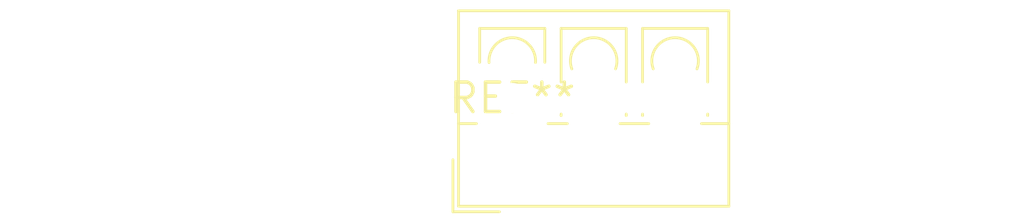
<source format=kicad_pcb>
(kicad_pcb (version 20240108) (generator pcbnew)
  (layers (0 "F.Cu" signal) (31 "B.Cu" signal) (34 "B.Paste" user) (35 "F.Paste" user) (36 "B.SilkS" user "B.Silkscreen") (37 "F.SilkS" user "F.Silkscreen") (38 "B.Mask" user) (39 "F.Mask" user) (44 "Edge.Cuts" user))
  (net 0 "")
  (footprint "TerminalBlock_4Ucon_1x03_P3.50mm_Vertical" (layer "F.Cu") (at 0 0)
    (property "Reference" "REF**")
    (property "Value" "TerminalBlock_4Ucon_1x03_P3.50mm_Vertical")
    (fp_line (start -2.55 2.66) (end -2.55 4.9) (layer "F.SilkS") (stroke (width 0.12)))
    (fp_line (start -2.55 4.9) (end -0.55 4.9) (layer "F.SilkS") (stroke (width 0.12)))
    (fp_line (start -2.31 -3.76) (end -2.31 4.66) (layer "F.SilkS") (stroke (width 0.12)))
    (fp_line (start -2.31 -3.76) (end 9.31 -3.76) (layer "F.SilkS") (stroke (width 0.12)))
    (fp_line (start -2.31 1.101) (end -1.54 1.101) (layer "F.SilkS") (stroke (width 0.12)))
    (fp_line (start -2.31 4.66) (end 9.31 4.66) (layer "F.SilkS") (stroke (width 0.12)))
    (fp_line (start -1.4 -3) (end -1.4 -1.54) (layer "F.SilkS") (stroke (width 0.12)))
    (fp_line (start -1.4 -3) (end 1.4 -3) (layer "F.SilkS") (stroke (width 0.12)))
    (fp_line (start 1.4 -3) (end 1.4 -1.54) (layer "F.SilkS") (stroke (width 0.12)))
    (fp_line (start 1.54 1.101) (end 2.367 1.101) (layer "F.SilkS") (stroke (width 0.12)))
    (fp_line (start 2.1 -3) (end 2.1 -0.689) (layer "F.SilkS") (stroke (width 0.12)))
    (fp_line (start 2.1 -3) (end 4.9 -3) (layer "F.SilkS") (stroke (width 0.12)))
    (fp_line (start 2.1 0.689) (end 2.1 0.75) (layer "F.SilkS") (stroke (width 0.12)))
    (fp_line (start 2.1 0.75) (end 2.101 0.75) (layer "F.SilkS") (stroke (width 0.12)))
    (fp_line (start 4.634 1.101) (end 5.867 1.101) (layer "F.SilkS") (stroke (width 0.12)))
    (fp_line (start 4.9 -3) (end 4.9 -0.689) (layer "F.SilkS") (stroke (width 0.12)))
    (fp_line (start 4.9 0.689) (end 4.9 0.75) (layer "F.SilkS") (stroke (width 0.12)))
    (fp_line (start 4.9 0.75) (end 4.9 0.75) (layer "F.SilkS") (stroke (width 0.12)))
    (fp_line (start 5.6 -3) (end 5.6 -0.689) (layer "F.SilkS") (stroke (width 0.12)))
    (fp_line (start 5.6 -3) (end 8.4 -3) (layer "F.SilkS") (stroke (width 0.12)))
    (fp_line (start 5.6 0.689) (end 5.6 0.75) (layer "F.SilkS") (stroke (width 0.12)))
    (fp_line (start 5.6 0.75) (end 5.601 0.75) (layer "F.SilkS") (stroke (width 0.12)))
    (fp_line (start 8.134 1.101) (end 9.31 1.101) (layer "F.SilkS") (stroke (width 0.12)))
    (fp_line (start 8.4 -3) (end 8.4 -0.689) (layer "F.SilkS") (stroke (width 0.12)))
    (fp_line (start 8.4 0.689) (end 8.4 0.75) (layer "F.SilkS") (stroke (width 0.12)))
    (fp_line (start 8.4 0.75) (end 8.4 0.75) (layer "F.SilkS") (stroke (width 0.12)))
    (fp_line (start 9.31 -3.76) (end 9.31 4.66) (layer "F.SilkS") (stroke (width 0.12)))
    (fp_arc (start -0.99789 -1.529434) (mid -0.000785 -2.600382) (end 0.998 -1.531) (layer "F.SilkS") (stroke (width 0.12)))
    (fp_arc (start 2.560085 -1.257767) (mid 3.499876 -2.600282) (end 4.44 -1.258) (layer "F.SilkS") (stroke (width 0.12)))
    (fp_arc (start 6.060085 -1.257767) (mid 6.999876 -2.600282) (end 7.94 -1.258) (layer "F.SilkS") (stroke (width 0.12)))
    (pad "1" thru_hole rect (at 0 0) (size 2.6 2.6) (drill 1.3) (layers *.Cu *.Mask) (remove_unused_layers))
    (pad "2" thru_hole circle (at 3.5 0) (size 2.6 2.6) (drill 1.3) (layers *.Cu *.Mask) (remove_unused_layers))
    (pad "3" thru_hole circle (at 7 0) (size 2.6 2.6) (drill 1.3) (layers *.Cu *.Mask) (remove_unused_layers))
  )
)
</source>
